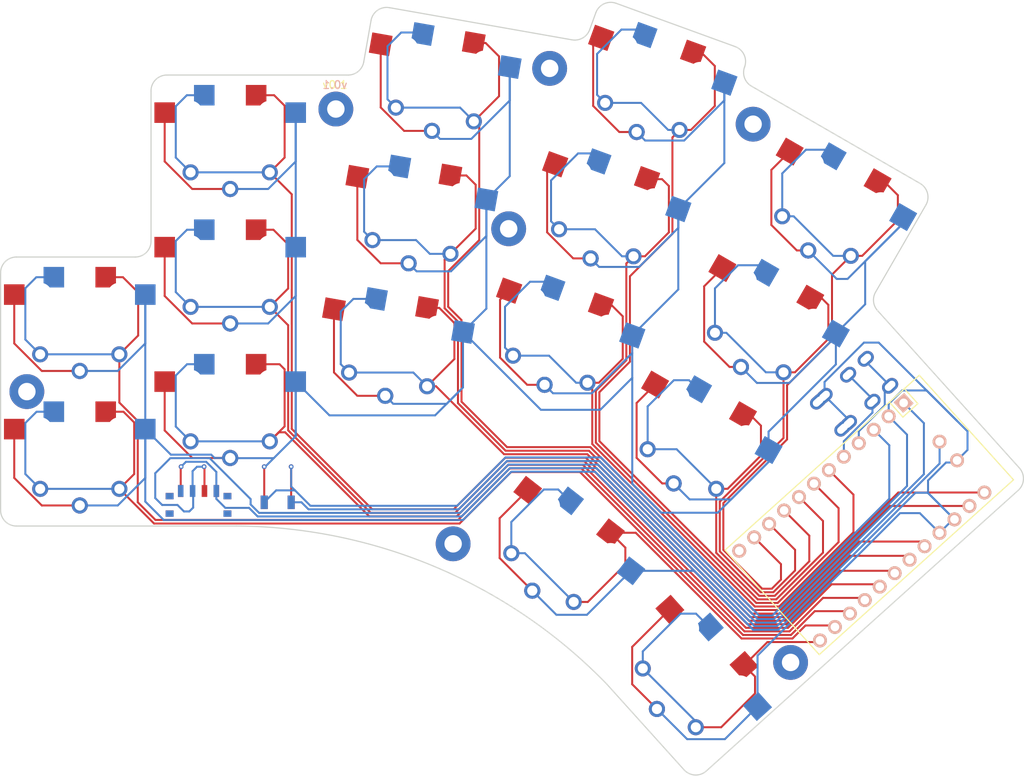
<source format=kicad_pcb>
(kicad_pcb (version 20211014) (generator pcbnew)
  (title_block (title "main") (rev "v1.0.0") (company "Unknown"))
  (layers (0 "F.Cu" signal) (31 "B.Cu" signal) (34 "B.Paste" user) (35 "F.Paste" user) (36 "B.SilkS" user "B.Silkscreen") (37 "F.SilkS" user "F.Silkscreen") (38 "B.Mask" user) (39 "F.Mask" user) (44 "Edge.Cuts" user))
  (net 0 "")
  (net 1 "P7")
  (net 2 "GND")
  (net 3 "P6")
  (net 4 "P5")
  (net 5 "P4")
  (net 6 "P3")
  (net 7 "P2")
  (net 8 "P0")
  (net 9 "P1")
  (net 10 "P20")
  (net 11 "P19")
  (net 12 "P18")
  (net 13 "P15")
  (net 14 "P14")
  (net 15 "P16")
  (net 16 "P8")
  (net 17 "P9")
  (net 18 "RAW")
  (net 19 "RST")
  (net 20 "VCC")
  (net 21 "P21")
  (net 22 "P10")
  (net 23 "pos")
  (footprint "lib:bat" (layer "F.Cu") (at 277.705838 149.015385 43)
    (fp_text reference "")
    (fp_text value "")
  )
  (footprint "" (layer "F.Cu") (at 215.159033 160.749944)
    (fp_text reference "")
    (fp_text value "")
  )
  (footprint "PG1350" (layer "F.Cu") (at 240.353767 103.15669 -20)
    (fp_text reference "S21" hide)
    (fp_text value "" hide)
  )
  (footprint "PG1350" (layer "F.Cu") (at 262.957127 118.560902 -30)
    (fp_text reference "S27" hide)
    (fp_text value "" hide)
  )
  (footprint "" (layer "F.Cu") (at 227.349932 100.659492)
    (fp_text reference "")
    (fp_text value "")
  )
  (footprint "PG1350" (layer "F.Cu") (at 245.282916 177.67206 132)
    (fp_text reference "S32" hide)
    (fp_text value "" hide)
  )
  (footprint "" (layer "F.Cu") (at 253.047498 107.710653)
    (fp_text reference "")
    (fp_text value "")
  )
  (footprint "ProMicro" (layer "F.Cu") (at 266.775711 157.94692 -138)
    (fp_text reference "MCU1" hide)
    (fp_text value "" hide)
  )
  (footprint "PG1350" (layer "F.Cu") (at 187 127 180)
    (fp_text reference "S8" hide)
    (fp_text value "" hide)
  )
  (footprint "PG1350" (layer "F.Cu") (at 210.556742 119.486152 -10)
    (fp_text reference "S13" hide)
    (fp_text value "" hide)
  )
  (footprint "PG1350" (layer "F.Cu") (at 245.282916 177.67206 -48)
    (fp_text reference "S31" hide)
    (fp_text value "" hide)
  )
  (footprint "PG1350" (layer "F.Cu") (at 168 133 180)
    (fp_text reference "S4" hide)
    (fp_text value "" hide)
  )
  (footprint "PG1350" (layer "F.Cu") (at 168 133)
    (fp_text reference "S3" hide)
    (fp_text value "" hide)
  )
  (footprint "PG1350" (layer "F.Cu") (at 228.787179 162.021403 142)
    (fp_text reference "S30" hide)
    (fp_text value "" hide)
  )
  (footprint "" (layer "F.Cu") (at 161.319614 141.509134)
    (fp_text reference "")
    (fp_text value "")
  )
  (footprint "MountingHole:MountingHole_2.2mm_M2_Pad" (layer "F.Cu") (at 200.346662 105.797013)
    (fp_text reference "REF**" hide)
    (fp_text value "MountingHole_2.2mm_M2_Pad" hide)
  )
  (footprint "PG1350" (layer "F.Cu") (at 213.508761 102.74442 -10)
    (fp_text reference "S15" hide)
    (fp_text value "" hide)
  )
  (footprint "PG1350" (layer "F.Cu") (at 262.957127 118.560902 150)
    (fp_text reference "S28" hide)
    (fp_text value "" hide)
  )
  (footprint "PG1350" (layer "F.Cu") (at 207.604723 136.227884 -10)
    (fp_text reference "S11" hide)
    (fp_text value "" hide)
  )
  (footprint "PG1350" (layer "F.Cu") (at 228.725083 135.106239 160)
    (fp_text reference "S18" hide)
    (fp_text value "" hide)
  )
  (footprint "PG1350" (layer "F.Cu") (at 210.556742 119.486152 170)
    (fp_text reference "S14" hide)
    (fp_text value "" hide)
  )
  (footprint "PG1350" (layer "F.Cu") (at 228.725083 135.106239 -20)
    (fp_text reference "S17" hide)
    (fp_text value "" hide)
  )
  (footprint "PG1350" (layer "F.Cu") (at 187 110 180)
    (fp_text reference "S10" hide)
    (fp_text value "" hide)
  )
  (footprint "PG1350" (layer "F.Cu") (at 187 144 180)
    (fp_text reference "S6" hide)
    (fp_text value "" hide)
  )
  (footprint "PG1350" (layer "F.Cu") (at 207.604723 136.227884 170)
    (fp_text reference "S12" hide)
    (fp_text value "" hide)
  )
  (footprint "PG1350" (layer "F.Cu") (at 254.457127 133.283334 -30)
    (fp_text reference "S25" hide)
    (fp_text value "" hide)
  )
  (footprint "VIA-0.6mm" (layer "F.Cu") (at 191.3 151)
    (fp_text reference "REF**" hide)
    (fp_text value "VIA-0.6mm" hide)
  )
  (footprint "PG1350" (layer "F.Cu") (at 245.957127 148.005766 150)
    (fp_text reference "S24" hide)
    (fp_text value "" hide)
  )
  (footprint "PG1350" (layer "F.Cu") (at 240.353767 103.15669 160)
    (fp_text reference "S22" hide)
    (fp_text value "" hide)
  )
  (footprint "" (layer "F.Cu") (at 222.173303 120.928912)
    (fp_text reference "")
    (fp_text value "")
  )
  (footprint "PG1350" (layer "F.Cu") (at 168 150)
    (fp_text reference "S1" hide)
    (fp_text value "" hide)
  )
  (footprint "VIA-0.6mm" (layer "F.Cu") (at 194.7 151)
    (fp_text reference "REF**" hide)
    (fp_text value "VIA-0.6mm" hide)
  )
  (footprint "PG1350" (layer "F.Cu") (at 245.957127 148.005766 -30)
    (fp_text reference "S23" hide)
    (fp_text value "" hide)
  )
  (footprint "Button_Switch_SMD:SW_SPDT_PCM12" (layer "F.Cu") (at 183 155.5)
    (fp_text reference "")
    (fp_text value "")
  )
  (footprint "PG1350" (layer "F.Cu") (at 234.539425 119.131465 160)
    (fp_text reference "S20" hide)
    (fp_text value "" hide)
  )
  (footprint "PG1350" (layer "F.Cu") (at 254.457127 133.283334 150)
    (fp_text reference "S26" hide)
    (fp_text value "" hide)
  )
  (footprint "PG1350" (layer "F.Cu") (at 213.508761 102.74442 170)
    (fp_text reference "S16" hide)
    (fp_text value "" hide)
  )
  (footprint "PG1350" (layer "F.Cu") (at 187 110)
    (fp_text reference "S9" hide)
    (fp_text value "" hide)
  )
  (footprint "Button_Switch_SMD:SW_SPST_B3U-1000P" (layer "F.Cu") (at 193 155.5)
    (fp_text reference "")
    (fp_text value "")
  )
  (footprint "PG1350" (layer "F.Cu") (at 228.787179 162.021403 -38)
    (fp_text reference "S29" hide)
    (fp_text value "" hide)
  )
  (footprint "PG1350" (layer "F.Cu") (at 187 144)
    (fp_text reference "S5" hide)
    (fp_text value "" hide)
  )
  (footprint "PG1350" (layer "F.Cu") (at 187 127)
    (fp_text reference "S7" hide)
    (fp_text value "" hide)
  )
  (footprint "PG1350" (layer "F.Cu") (at 234.539425 119.131465 -20)
    (fp_text reference "S19" hide)
    (fp_text value "" hide)
  )
  (footprint "PG1350" (layer "F.Cu") (at 168 150 180)
    (fp_text reference "S2" hide)
    (fp_text value "" hide)
  )
  (footprint "VIA-0.6mm" (layer "F.Cu") (at 183.7 151)
    (fp_text reference "REF**" hide)
    (fp_text value "VIA-0.6mm" hide)
  )
  (footprint "" (layer "F.Cu") (at 257.781383 175.739734)
    (fp_text reference "")
    (fp_text value "")
  )
  (footprint "VIA-0.6mm" (layer "F.Cu") (at 180.8 151)
    (fp_text reference "REF**" hide)
    (fp_text value "VIA-0.6mm" hide)
  )
  (footprint "TRRS-PJ-320A-dual" (layer "F.Cu") (at 272.728597 138.63622 -48)
    (fp_text reference "REF**" hide)
    (fp_text value "TRRS-PJ-320A-dual" hide)
  )
  (gr_arc (start 177 103.5) (mid 177.585786 102.085786) (end 179 101.5) (layer "Edge.Cuts") (width 0.15))
  (gr_arc (start 274.13533 115.199686) (mid 275.067182 116.414099) (end 274.867381 117.931737) (layer "Edge.Cuts") (width 0.15))
  (gr_line (start 207.106308 92.984369) (end 230.175135 97.052025) (layer "Edge.Cuts") (width 0.15))
  (gr_arc (start 232.401817 95.766451) (mid 231.522431 96.814461) (end 230.175135 97.052025) (layer "Edge.Cuts") (width 0.15))
  (gr_line (start 160 124.5) (end 175 124.5) (layer "Edge.Cuts") (width 0.15))
  (gr_line (start 232.401817 95.76645) (end 233.179972 93.628487) (layer "Edge.Cuts") (width 0.15))
  (gr_line (start 177 122.5) (end 177 103.5) (layer "Edge.Cuts") (width 0.15))
  (gr_line (start 234.579186 178.493846) (end 244.31923 189.304828) (layer "Edge.Cuts") (width 0.15))
  (gr_line (start 158 156.5) (end 158 126.5) (layer "Edge.Cuts") (width 0.15))
  (gr_arc (start 160 158.5) (mid 158.585786 157.914214) (end 158 156.5) (layer "Edge.Cuts") (width 0.15))
  (gr_line (start 235.743398 92.433142) (end 250.77848 97.905464) (layer "Edge.Cuts") (width 0.15))
  (gr_line (start 268.763543 131.267825) (end 286.678485 151.164384) (layer "Edge.Cuts") (width 0.15))
  (gr_line (start 251.973825 100.468889) (end 251.965563 100.491588) (layer "Edge.Cuts") (width 0.15))
  (gr_arc (start 286.678485 151.164383) (mid 287.189455 152.607317) (end 286.530457 153.988935) (layer "Edge.Cuts") (width 0.15))
  (gr_line (start 268.517782 128.929564) (end 274.867381 117.931737) (layer "Edge.Cuts") (width 0.15))
  (gr_arc (start 203.865336 99.847296) (mid 203.181296 101.032089) (end 201.89572 101.5) (layer "Edge.Cuts") (width 0.15))
  (gr_arc (start 187.769823 158.496865) (mid 213.188678 163.780534) (end 234.579186 178.493846) (layer "Edge.Cuts") (width 0.15))
  (gr_arc (start 158 126.5) (mid 158.585786 125.085786) (end 160 124.5) (layer "Edge.Cuts") (width 0.15))
  (gr_arc (start 250.778479 97.905463) (mid 251.907055 98.939612) (end 251.973825 100.468889) (layer "Edge.Cuts") (width 0.15))
  (gr_line (start 252.844948 102.907679) (end 274.13533 115.199686) (layer "Edge.Cuts") (width 0.15))
  (gr_arc (start 252.844948 102.907679) (mid 251.965563 101.859668) (end 251.965563 100.491588) (layer "Edge.Cuts") (width 0.15))
  (gr_arc (start 204.789397 94.606688) (mid 205.611859 93.315681) (end 207.106308 92.984369) (layer "Edge.Cuts") (width 0.15))
  (gr_line (start 179 101.5) (end 201.89572 101.5) (layer "Edge.Cuts") (width 0.15))
  (gr_arc (start 268.763543 131.267825) (mid 268.260789 130.138621) (end 268.517782 128.929564) (layer "Edge.Cuts") (width 0.15))
  (gr_line (start 203.865336 99.847296) (end 204.789396 94.606688) (layer "Edge.Cuts") (width 0.15))
  (gr_arc (start 247.143781 189.452857) (mid 245.700848 189.963826) (end 244.31923 189.304828) (layer "Edge.Cuts") (width 0.15))
  (gr_line (start 160 158.5) (end 187.769823 158.496865) (layer "Edge.Cuts") (width 0.15))
  (gr_line (start 247.143781 189.452857) (end 286.530457 153.988935) (layer "Edge.Cuts") (width 0.15))
  (gr_arc (start 177 122.5) (mid 176.414214 123.914214) (end 175 124.5) (layer "Edge.Cuts") (width 0.15))
  (gr_arc (start 233.179971 93.628486) (mid 234.21412 92.49991) (end 235.743398 92.433141) (layer "Edge.Cuts") (width 0.15))
  (gr_text "v0.1" (at 200.227859 102.742293) (layer "B.SilkS") (effects (font (size 1 1)) (justify mirror)))
  (gr_text "v0.1" (at 200.230335 102.740125) (layer "F.SilkS") (effects (font (size 1 1))))
  (segment (start 173 153.8) (end 177.38063 158.180629) (width 0.25) (layer "F.Cu") (net 1))
  (segment (start 231.182264 151.675476) (end 251.770797 172.264009) (width 0.25) (layer "F.Cu") (net 1))
  (segment (start 251.770797 172.264009) (end 257.832361 172.264009) (width 0.25) (layer "F.Cu") (net 1))
  (segment (start 264.973205 169.263531) (end 265.267929 169.558255) (width 0.25) (layer "F.Cu") (net 1))
  (segment (start 222.479227 151.675476) (end 231.182264 151.675476) (width 0.25) (layer "F.Cu") (net 1))
  (segment (start 260.832839 169.263531) (end 264.973205 169.263531) (width 0.25) (layer "F.Cu") (net 1))
  (segment (start 173 153.8) (end 174.874521 151.925479) (width 0.25) (layer "F.Cu") (net 1))
  (segment (start 174.874521 145.406069) (end 173.518452 144.05) (width 0.25) (layer "F.Cu") (net 1))
  (segment (start 173.518452 144.05) (end 171.275 144.05) (width 0.25) (layer "F.Cu") (net 1))
  (segment (start 257.832361 172.264009) (end 260.832839 169.263531) (width 0.25) (layer "F.Cu") (net 1))
  (segment (start 174.874521 151.925479) (end 174.874521 145.406069) (width 0.25) (layer "F.Cu") (net 1))
  (segment (start 215.974074 158.180629) (end 222.479227 151.675476) (width 0.25) (layer "F.Cu") (net 1))
  (segment (start 177.38063 158.180629) (end 215.974074 158.180629) (width 0.25) (layer "F.Cu") (net 1))
  (segment (start 163 153.8) (end 161.125479 151.925479) (width 0.25) (layer "B.Cu") (net 1))
  (segment (start 173 153.8) (end 163 153.8) (width 0.25) (layer "B.Cu") (net 1))
  (segment (start 161.125479 151.925479) (end 161.125479 145.470858) (width 0.25) (layer "B.Cu") (net 1))
  (segment (start 162.546337 144.05) (end 164.725 144.05) (width 0.25) (layer "B.Cu") (net 1))
  (segment (start 161.125479 145.470858) (end 162.546337 144.05) (width 0.25) (layer "B.Cu") (net 1))
  (segment (start 212.484237 108.554786) (end 208.965426 108.554786) (width 0.25) (layer "F.Cu") (net 2))
  (segment (start 182.20423 149.9) (end 178.725 146.42077) (width 0.25) (layer "F.Cu") (net 2))
  (segment (start 221.031499 157.515386) (end 224.575121 153.971764) (width 0.25) (layer "F.Cu") (net 2))
  (segment (start 209.532218 125.296518) (end 206.013407 125.296518) (width 0.25) (layer "F.Cu") (net 2))
  (segment (start 258.570287 123.670452) (end 255.352187 120.452352) (width 0.25) (layer "F.Cu") (net 2))
  (segment (start 243.007127 153.115316) (end 241.570287 153.115316) (width 0.25) (layer "F.Cu") (net 2))
  (segment (start 200.10662 139.083482) (end 200.10662 131.097916) (width 0.25) (layer "F.Cu") (net 2))
  (segment (start 225.154776 166.670666) (end 221.031499 162.547389) (width 0.25) (layer "F.Cu") (net 2))
  (segment (start 203.058639 122.34175) (end 203.058639 114.356184) (width 0.25) (layer "F.Cu") (net 2))
  (segment (start 260.007127 123.670452) (end 258.570287 123.670452) (width 0.25) (layer "F.Cu") (net 2))
  (segment (start 246.864676 135.187273) (end 246.864676 128.19933) (width 0.25) (layer "F.Cu") (net 2))
  (segment (start 232.846118 105.403682) (end 232.846118 97.816894) (width 0.25) (layer "F.Cu") (net 2))
  (segment (start 159.725 135.42077) (end 159.725 129.25) (width 0.25) (layer "F.Cu") (net 2))
  (segment (start 238.332964 142.953474) (end 240.665767 140.620671) (width 0.25) (layer "F.Cu") (net 2))
  (segment (start 230.32897 124.675651) (end 227.031776 121.378457) (width 0.25) (layer "F.Cu") (net 2))
  (segment (start 237.772802 173.773148) (end 242.532653 169.013297) (width 0.25) (layer "F.Cu") (net 2))
  (segment (start 163.20423 155.9) (end 159.725 152.42077) (width 0.25) (layer "F.Cu") (net 2))
  (segment (start 221.085906 137.221703) (end 221.085906 129.897971) (width 0.25) (layer "F.Cu") (net 2))
  (segment (start 246.864676 128.19933) (end 249.165767 125.898239) (width 0.25) (layer "F.Cu") (net 2))
  (segment (start 241.570287 153.115316) (end 238.332964 149.877993) (width 0.25) (layer "F.Cu") (net 2))
  (segment (start 182.20423 132.9) (end 178.725 129.42077) (width 0.25) (layer "F.Cu") (net 2))
  (segment (start 200.10662 139.083482) (end 203.061388 142.03825) (width 0.25) (layer "F.Cu") (net 2))
  (segment (start 178.725 129.42077) (end 178.725 123.25) (width 0.25) (layer "F.Cu") (net 2))
  (segment (start 221.031499 162.547389) (end 221.031499 157.515386) (width 0.25) (layer "F.Cu") (net 2))
  (segment (start 227.031776 113.791669) (end 228.046044 112.777401) (width 0.25) (layer "F.Cu") (net 2))
  (segment (start 251.507127 138.392884) (end 250.070287 138.392884) (width 0.25) (layer "F.Cu") (net 2))
  (segment (start 168 138.9) (end 163.20423 138.9) (width 0.25) (layer "F.Cu") (net 2))
  (segment (start 187 132.9) (end 182.20423 132.9) (width 0.25) (layer "F.Cu") (net 2))
  (segment (start 191.3 155.5) (end 191.3 151) (width 0.25) (layer "F.Cu") (net 2))
  (segment (start 187 115.9) (end 182.20423 115.9) (width 0.25) (layer "F.Cu") (net 2))
  (segment (start 206.010658 105.600018) (end 206.010658 97.614452) (width 0.25) (layer "F.Cu") (net 2))
  (segment (start 236.143312 108.700876) (end 232.846118 105.403682) (width 0.25) (layer "F.Cu") (net 2))
  (segment (start 227.031776 121.378457) (end 227.031776 113.791669) (width 0.25) (layer "F.Cu") (net 2))
  (segment (start 168 155.9) (end 163.20423 155.9) (width 0.25) (layer "F.Cu") (net 2))
  (segment (start 238.335848 108.700876) (end 236.143312 108.700876) (width 0.25) (layer "F.Cu") (net 2))
  (segment (start 255.352187 113.489387) (end 257.665767 111.175807) (width 0.25) (layer "F.Cu") (net 2))
  (segment (start 159.725 152.42077) (end 159.725 146.25) (width 0.25) (layer "F.Cu") (net 2))
  (segment (start 182.20423 115.9) (end 178.725 112.42077) (width 0.25) (layer "F.Cu") (net 2))
  (segment (start 250.070287 138.392884) (end 246.864676 135.187273) (width 0.25) (layer "F.Cu") (net 2))
  (segment (start 178.725 146.42077) (end 178.725 140.25) (width 0.25) (layer "F.Cu") (net 2))
  (segment (start 232.521506 124.675651) (end 230.32897 124.675651) (width 0.25) (layer "F.Cu") (net 2))
  (segment (start 178.725 112.42077) (end 178.725 106.25) (width 0.25) (layer "F.Cu") (net 2))
  (segment (start 221.085906 129.897971) (end 222.231702 128.752175) (width 0.25) (layer "F.Cu") (net 2))
  (segment (start 208.965426 108.554786) (end 206.010658 105.600018) (width 0.25) (layer "F.Cu") (net 2))
  (segment (start 226.707164 140.650425) (end 224.514628 140.650425) (width 0.25) (layer "F.Cu") (net 2))
  (segment (start 255.352187 120.452352) (end 255.352187 113.489387) (width 0.25) (layer "F.Cu") (net 2))
  (segment (start 232.846118 97.816894) (end 233.860386 96.802626) (width 0.25) (layer "F.Cu") (net 2))
  (segment (start 237.772802 178.494371) (end 237.772802 173.773148) (width 0.25) (layer "F.Cu") (net 2))
  (segment (start 238.332964 149.877993) (end 238.332964 142.953474) (width 0.25) (layer "F.Cu") (net 2))
  (segment (start 206.013407 125.296518) (end 203.058639 122.34175) (width 0.25) (layer "F.Cu") (net 2))
  (segment (start 187 149.9) (end 182.20423 149.9) (width 0.25) (layer "F.Cu") (net 2))
  (segment (start 203.061388 142.03825) (end 206.580199 142.03825) (width 0.25) (layer "F.Cu") (net 2))
  (segment (start 240.898362 181.619931) (end 237.772802 178.494371) (width 0.25) (layer "F.Cu") (net 2))
  (segment (start 163.20423 138.9) (end 159.725 135.42077) (width 0.25) (layer "F.Cu") (net 2))
  (segment (start 224.514628 140.650425) (end 221.085906 137.221703) (width 0.25) (layer "F.Cu") (net 2))
  (segment (start 195.275 140.25) (end 199.538809 144.513809) (width 0.25) (layer "B.Cu") (net 2))
  (segment (start 263.498487 138.071023) (end 263.498487 134.173239) (width 0.25) (layer "B.Cu") (net 2))
  (segment (start 216.405188 140.986439) (end 216.405188 133.971794) (width 0.25) (layer "B.Cu") (net 2))
  (segment (start 199.538809 144.513809) (end 212.877818 144.513809) (width 0.25) (layer "B.Cu") (net 2))
  (segment (start 270.171081 143.062612) (end 271.866829 141.366864) (width 0.25) (layer "B.Cu") (net 2))
  (segment (start 179.501449 149.476449) (end 184.598862 149.476449) (width 0.25) (layer "B.Cu") (net 2))
  (segment (start 277.718973 156.899041) (end 275.14313 154.323198) (width 0.25) (layer "B.Cu") (net 2))
  (segment (start 267.051416 135.315971) (end 268.909254 135.315971) (width 0.25) (layer "B.Cu") (net 2))
  (segment (start 277.718973 156.899041) (end 278.481044 157.661112) (width 0.25) (layer "B.Cu") (net 2))
  (segment (start 272.489337 146.95425) (end 270.171081 144.635994) (width 0.25) (layer "B.Cu") (net 2))
  (segment (start 232.058592 169.719068) (end 237.616699 164.160961) (width 0.25) (layer "B.Cu") (net 2))
  (segment (start 271.998487 120.242813) (end 271.998487 119.450807) (width 0.25) (layer "B.Cu") (net 2))
  (segment (start 276.593456 159.360704) (end 278.293048 157.661112) (width 0.25) (layer "B.Cu") (net 2))
  (segment (start 253.528985 140.414742) (end 257.619363 140.414742) (width 0.25) (layer "B.Cu") (net 2))
  (segment (start 237.616699 164.160961) (end 245.614053 164.160961) (width 0.25) (layer "B.Cu") (net 2))
  (segment (start 195.275 147.149906) (end 195.275 146.915886) (width 0.25) (layer "B.Cu") (net 2))
  (segment (start 191.79577 115.9) (end 195.275 112.42077) (width 0.25) (layer "B.Cu") (net 2))
  (segment (start 249.412299 104.705111) (end 249.412299 102.463059) (width 0.25) (layer "B.Cu") (net 2))
  (segment (start 168 138.9) (end 172.79577 138.9) (width 0.25) (layer "B.Cu") (net 2))
  (segment (start 255.663191 170.266975) (end 272.489337 153.440829) (width 0.25) (layer "B.Cu") (net 2))
  (segment (start 185.022413 149.9) (end 187 149.9) (width 0.25) (layer "B.Cu") (net 2))
  (segment (start 233.640605 150.280361) (end 253.627221 170.266975) (width 0.25) (layer "B.Cu") (net 2))
  (segment (start 195.999869 155.5) (end 196.891238 156.391369) (width 0.25) (layer "B.Cu") (net 2))
  (segment (start 264.971874 127.269426) (end 271.998487 120.242813) (width 0.25) (layer "B.Cu") (net 2))
  (segment (start 232.521506 124.675651) (end 233.598764 125.752909) (width 0.25) (layer "B.Cu") (net 2))
  (segment (start 237.783615 134.412608) (end 237.783615 153.151935) (width 0.25) (layer "B.Cu") (net 2))
  (segment (start 219.357207 121.838512) (end 219.357207 117.230062) (width 0.25) (layer "B.Cu") (net 2))
  (segment (start 187 115.9) (end 191.79577 115.9) (width 0.25) (layer "B.Cu") (net 2))
  (segment (start 243.597957 120.811467) (end 243.597957 118.437834) (width 0.25) (layer "B.Cu") (net 2))
  (segment (start 195.275 140.25) (end 195.275 123.25) (width 0.25) (layer "B.Cu") (net 2))
  (segment (start 210.548217 126.312517) (end 214.883202 126.312517) (width 0.25) (layer "B.Cu") (net 2))
  (segment (start 209.532218 125.296518) (end 210.548217 126.312517) (width 0.25) (layer "B.Cu") (net 2))
  (segment (start 195.275 147.144095) (end 195.275 140.25) (width 0.25) (layer "B.Cu") (net 2))
  (segment (start 253.606765 174.871668) (end 271.607329 156.871104) (width 0.25) (layer "B.Cu") (net 2))
  (segment (start 253.068628 171.615535) (end 256.221785 171.615535) (width 0.25) (layer "B.Cu") (net 2))
  (segment (start 245.614053 164.160961) (end 253.068628 171.615535) (width 0.25) (layer "B.Cu") (net 2))
  (segment (start 195.275 129.42077) (end 195.275 123.25) (width 0.25) (layer "B.Cu") (net 2))
  (segment (start 219.357207 117.230062) (end 222.309226 114.278043) (width 0.25) (layer "B.Cu") (net 2))
  (segment (start 254.998487 150.396782) (end 254.998487 148.895671) (width 0.25) (layer "B.Cu") (net 2))
  (segment (start 249.482428 185.436681) (end 253.606765 181.312344) (width 0.25) (layer "B.Cu") (net 2))
  (segment (start 267.201775 125.039524) (end 271.998487 120.242812) (width 0.25) (layer "B.Cu") (net 2))
  (segment (start 280.127335 146.534052) (end 280.127335 148.883518) (width 0.25) (layer "B.Cu") (net 2))
  (segment (start 226.243691 143.810297) (end 233.740749 143.810297) (width 0.25) (layer "B.Cu") (net 2))
  (segment (start 237.783615 134.412608) (end 243.597957 128.598266) (width 0.25) (layer "B.Cu") (net 2))
  (segment (start 216.409396 157.739929) (end 222.520405 151.628921) (width 0.25) (layer "B.Cu") (net 2))
  (segment (start 253.606765 181.312344) (end 253.606765 174.871668) (width 0.25) (layer "B.Cu") (net 2))
  (segment (start 263.498487 134.173239) (end 267.201775 130.469951) (width 0.25) (layer "B.Cu") (net 2))
  (segment (start 243.597957 118.437834) (end 249.412299 112.623492) (width 0.25) (layer "B.Cu") (net 2))
  (segment (start 178.610907 157.739929) (end 195.971974 157.739929) (width 0.25) (layer "B.Cu") (net 2))
  (segment (start 238.656515 125.752909) (end 243.597957 120.811467) (width 0.25) (layer "B.Cu") (net 2))
  (segment (start 273.541849 154.29547) (end 275.122956 154.29547) (width 0.25) (layer "B.Cu") (net 2))
  (segment (start 243.007127 153.115316) (end 245.028985 155.137174) (width 0.25) (layer "B.Cu") (net 2))
  (segment (start 241.448907 156.817226) (end 248.578043 156.817226) (width 0.25) (layer "B.Cu") (net 2))
  (segment (start 216.405188 133.971794) (end 219.357207 131.019775) (width 0.25) (layer "B.Cu") (net 2))
  (segment (start 176.275 135.42077) (end 176.275 129.25) (width 0.25) (layer "B.Cu") (net 2))
  (segment (start 250.258095 155.137174) (end 254.998487 150.396782) (width 0.25) (layer "B.Cu") (net 2))
  (segment (start 222.309226 114.278043) (end 222.309226 100.48833) (width 0.25) (layer "B.Cu") (net 2))
  (segment (start 268.909254 135.315971) (end 280.127335 146.534052) (width 0.25) (layer "B.Cu") (net 2))
  (segment (start 222.520405 151.628921) (end 233.082013 151.628921) (width 0.25) (layer "B.Cu") (net 2))
  (segment (start 275.14313 154.323198) (end 275.14313 152.743343) (width 0.25) (layer "B.Cu") (net 2))
  (segment (start 260.007127 123.670452) (end 263.606101 127.269426) (width 0.25) (layer "B.Cu") (net 2))
  (segment (start 191.424906 151) (end 195.275 147.149906) (width 0.25) (layer "B.Cu") (net 2))
  (segment (start 277.414888 150.471585) (end 278.539268 150.471585) (width 0.25) (layer "B.Cu") (net 2))
  (segment (start 212.877818 144.513809) (end 216.067697 141.323931) (width 0.25) (layer "B.Cu") (net 2))
  (segment (start 248.578043 156.817226) (end 254.998487 150.396782) (width 0.25) (layer "B.Cu") (net 2))
  (segment (start 238.335848 108.700876) (end 239.413106 109.778134) (width 0.25) (layer "B.Cu") (net 2))
  (segment (start 254.998487 148.895671) (end 254.998487 146.571023) (width 0.25) (layer "B.Cu") (net 2))
  (segment (start 244.715112 185.436681) (end 249.482428 185.436681) (width 0.25) (layer "B.Cu") (net 2))
  (segment (start 228.203178 169.719068) (end 232.058592 169.719068) (width 0.25) (layer "B.Cu") (net 2))
  (segment (start 280.127335 148.883518) (end 278.810675 150.200178) (width 0.25) (layer "B.Cu") (net 2))
  (segment (start 271.607329 156.871104) (end 274.103856 156.871104) (width 0.25) (layer "B.Cu") (net 2))
  (segment (start 239.413106 109.778134) (end 244.339276 109.778134) (width 0.25) (layer "B.Cu") (net 2))
  (segment (start 176.275 146.25) (end 176.275 129.25) (width 0.25) (layer "B.Cu") (net 2))
  (segment (start 172.79577 155.9) (end 176.275 152.42077) (width 0.25) (layer "B.Cu") (net 2))
  (segment (start 274.960147 141.366864) (end 278.804288 145.211004) (width 0.25) (layer "B.Cu") (net 2))
  (segment (start 195.275 146.915886) (end 195.275 140.25) (width 0.25) (layer "B.Cu") (net 2))
  (segment (start 222.309226 104.714411) (end 222.309226 100.48833) (width 0.25) (layer "B.Cu") (net 2))
  (segment (start 225.154776 166.670666) (end 228.203178 169.719068) (width 0.25) (layer "B.Cu") (net 2))
  (segment (start 196.891238 156.391369) (end 215.850803 156.391369) (width 0.25) (layer "B.Cu") (net 2))
  (segment (start 214.883202 126.312517) (end 219.357207 121.838512) (width 0.25) (layer "B.Cu") (net 2))
  (segment (start 206.580199 142.03825) (end 207.596198 143.054249) (width 0.25) (layer "B.Cu") (net 2))
  (segment (start 214.337379 143.054249) (end 216.067697 141.323931) (width 0.25) (layer "B.Cu") (net 2))
  (segment (start 262.070519 142.042886) (end 262.101818 142.042886) (width 0.25) (layer "B.Cu") (net 2))
  (segment (start 273.541131 154.296189) (end 275.116121 154.296189) (width 0.25) (layer "B.Cu") (net 2))
  (segment (start 278.293048 157.661112) (end 278.481044 157.661112) (width 0.25) (layer "B.Cu") (net 2))
  (segment (start 256.221784 171.615535) (end 273.541849 154.29547) (width 0.25) (layer "B.Cu") (net 2))
  (segment (start 278.539268 150.471585) (end 278.810675 150.200178) (width 0.25) (layer "B.Cu") (net 2))
  (segment (start 267.201775 130.469951) (end 267.201775 125.039524) (width 0.25) (layer "B.Cu") (net 2))
  (segment (start 217.452852 109.570785) (end 222.309226 104.714411) (width 0.25) (layer "B.Cu") (net 2))
  (segment (start 212.484237 108.554786) (end 213.500236 109.570785) (width 0.25) (layer "B.Cu") (net 2))
  (segment (start 207.596198 143.054249) (end 214.337379 143.054249) (width 0.25) (layer "B.Cu") (net 2))
  (segment (start 191.3 151) (end 191.424906 151) (width 0.25) (layer "B.Cu") (net 2))
  (segment (start 168 155.9) (end 172.79577 155.9) (width 0.25) (layer "B.Cu") (net 2))
  (segment (start 195.275 123.25) (end 195.275 106.25) (width 0.25) (layer "B.Cu") (net 2))
  (segment (start 216.405188 133.971794) (end 226.243691 143.810297) (width 0.25) (layer "B.Cu") (net 2))
  (segment (start 275.14313 152.743343) (end 277.414888 150.471585) (width 0.25) (layer "B.Cu") (net 2))
  (segment (start 245.028985 155.137174) (end 250.258095 155.137174) (width 0.25) (layer "B.Cu") (net 2))
  (segment (start 219.357207 131.019775) (end 219.357207 117.230062) (width 0.25) (layer "B.Cu") (net 2))
  (segment (start 176.275 146.25) (end 179.501449 149.476449) (width 0.25) (layer "B.Cu") (net 2))
  (segment (start 233.598764 125.752909) (end 238.656515 125.752909) (width 0.25) (layer "B.Cu") (net 2))
  (segment (start 274.103856 156.871104) (end 276.593456 159.360704) (width 0.25) (layer "B.Cu") (net 2))
  (segment (start 172.79577 138.9) (end 176.275 135.42077) (width 0.25) (layer "B.Cu") (net 2))
  (segment (start 244.339276 109.778134) (end 249.412299 104.705111) (width 0.25) (layer "B.Cu") (net 2))
  (segment (start 265.14852 145.089588) (end 265.14852 145.461352) (width 0.25) (layer "B.Cu") (net 2))
  (segment (start 272.489337 153.440829) (end 272.489337 146.95425) (width 0.25) (layer "B.Cu") (net 2))
  (segment (start 213.500236 109.570785) (end 217.452852 109.570785) (width 0.25) (layer "B.Cu") (net 2))
  (segment (start 226.707164 140.650425) (end 227.784422 141.727683) (width 0.25) (layer "B.Cu") (net 2))
  (segment (start 191.79577 132.9) (end 195.275 129.42077) (width 0.25) (layer "B.Cu") (net 2))
  (segment (start 262.070519 140.296868) (end 267.051416 135.315971) (width 0.25) (layer "B.Cu") (net 2))
  (segment (start 187.024334 149.924334) (end 192.499847 149.924334) (width 0.25) (layer "B.Cu") (net 2))
  (segment (start 227.784422 141.727683) (end 232.679129 141.727683) (width 0.25) (layer "B.Cu") (net 2))
  (segment (start 253.068628 171.615535) (end 256.221784 171.615535) (width 0.25) (layer "B.Cu") (net 2))
  (segment (start 232.679129 141.727683) (end 237.783615 136.623197) (width 0.25) (layer "B.Cu") (net 2))
  (segment (start 216.067697 141.323931) (end 216.405188 140.986439) (width 0.25) (layer "B.Cu") (net 2))
  (segment (start 187 149.9) (end 187.024334 149.924334) (width 0.25) (layer "B.Cu") (net 2))
  (segment (start 233.082013 151.628921) (end 253.068628 171.615535) (width 0.25) (layer "B.Cu") (net 2))
  (segment (start 263.606101 127.269426) (end 264.971874 127.269426) (width 0.25) (layer "B.Cu") (net 2))
  (segment (start 271.998487 120.242812) (end 271.998487 119.450807) (width 0.25) (layer "B.Cu") (net 2))
  (segment (start 257.619363 140.414742) (end 263.498487 134.535618) (width 0.25) (layer "B.Cu") (net 2))
  (segment (start 270.171081 144.635994) (end 270.171081 143.062612) (width 0.25) (layer "B.Cu") (net 2))
  (segment (start 215.850803 156.391369) (end 221.961813 150.280361) (width 0.25) (layer "B.Cu") (net 2))
  (segment (start 176.275 155.404022) (end 178.610907 157.739929) (width 0.25) (layer "B.Cu") (net 2))
  (segment (start 251.507127 138.392884) (end 253.528985 140.414742) (width 0.25) (layer "B.Cu") (net 2))
  (segment (start 271.866829 141.366864) (end 274.960147 141.366864) (width 0.25) (layer "B.Cu") (net 2))
  (segment (start 233.740749 143.810297) (end 237.783615 139.767431) (width 0.25) (layer "B.Cu") (net 2))
  (segment (start 240.898362 181.619931) (end 244.715112 185.436681) (width 0.25) (layer "B.Cu") (net 2))
  (segment (start 262.070519 142.042886) (end 262.070519 140.296868) (width 0.25) (layer "B.Cu") (net 2))
  (segment (start 249.412299 112.623492) (end 249.412299 102.463059) (width 0.25) (layer "B.Cu") (net 2))
  (segment (start 253.627221 170.266975) (end 255.663191 170.266975) (width 0.25) (layer "B.Cu") (net 2))
  (segment (start 187 149.9) (end 187.018232 149.918232) (width 0.25) (layer "B.Cu") (net 2))
  (segment (start 184.598862 149.476449) (end 185.022413 149.9) (width 0.25) (layer "B.Cu") (net 2))
  (segment (start 195.275 147.149181) (end 195.275 146.915886) (width 0.25) (layer "B.Cu") (net 2))
  (segment (start 194.7 155.5) (end 195.999869 155.5) (width 0.25) (layer "B.Cu") (net 2))
  (segment (start 176.275 146.25) (end 176.275 155.404022) (width 0.25) (layer "B.Cu") (net 2))
  (segment (start 237.783615 153.151935) (end 241.448907 156.817226) (width 0.25) (layer "B.Cu") (net 2))
  (segment (start 176.275 152.42077) (end 176.275 146.25) (width 0.25) (layer "B.Cu") (net 2))
  (segment (start 221.961813 150.280361) (end 233.640605 150.280361) (width 0.25) (layer "B.Cu") (net 2))
  (segment (start 195.275 112.42077) (end 195.275 106.25) (width 0.25) (layer "B.Cu") (net 2))
  (segment (start 275.122956 154.303024) (end 277.718973 156.899041) (width 0.25) (layer "B.Cu") (net 2))
  (segment (start 262.101818 142.042886) (end 265.14852 145.089588) (width 0.25) (layer "B.Cu") (net 2))
  (segment (start 254.998487 146.571023) (end 263.498487 138.071023) (width 0.25) (layer "B.Cu") (net 2))
  (segment (start 187 132.9) (end 191.79577 132.9) (width 0.25) (layer "B.Cu") (net 2))
  (segment (start 195.971974 157.739929) (end 216.409396 157.739929) (width 0.25) (layer "B.Cu") (net 2))
  (segment (start 243.597957 128.598266) (end 243.597957 118.437834) (width 0.25) (layer "B.Cu") (net 2))
  (segment (start 173 142.895831) (end 175.324041 145.219871) (width 0.25) (layer "F.Cu") (net 3))
  (segment (start 173 136.8) (end 175.377356 134.422644) (width 0.25) (layer "F.Cu") (net 3))
  (segment (start 222.29303 151.225956) (end 231.368462 151.225956) (width 0.25) (layer "F.Cu") (net 3))
  (segment (start 175.324041 155.488323) (end 177.566827 157.731109) (width 0.25) (layer "F.Cu") (net 3))
  (segment (start 231.368462 151.225956) (end 251.956995 171.814489) (width 0.25) (layer "F.Cu") (net 3))
  (segment (start 175.324041 145.219871) (end 175.324041 155.488323) (width 0.25) (layer "F.Cu") (net 3))
  (segment (start 175.377356 128.976382) (end 173.450974 127.05) (width 0.25) (layer "F.Cu") (net 3))
  (segment (start 177.566827 157.731109) (end 215.787876 157.731109) (width 0.25) (layer "F.Cu") (net 3))
  (segment (start 261.878499 167.582153) (end 266.879007 167.582153) (width 0.25) (layer "F.Cu") (net 3))
  (segment (start 175.377356 134.422644) (end 175.377356 128.976382) (width 0.25) (layer "F.Cu") (net 3))
  (segment (start 173.450974 127.05) (end 171.275 127.05) (width 0.25) (layer "F.Cu") (net 3))
  (segment (start 251.956995 171.814489) (end 257.646163 171.814489) (width 0.25) (layer "F.Cu") (net 3))
  (segment (start 173 136.8) (end 173 142.895831) (width 0.25) (layer "F.Cu") (net 3))
  (segment (start 215.787876 157.731109) (end 222.29303 151.225956) (width 0.25) (layer "F.Cu") (net 3))
  (segment (start 257.646163 171.814489) (end 261.878499 167.582153) (width 0.25) (layer "F.Cu") (net 3))
  (segment (start 266.879007 167.582153) (end 267.155517 167.858663) (width 0.25) (layer "F.Cu") (net 3))
  (segment (start 162.516908 127.05) (end 164.725 127.05) (width 0.25) (layer "B.Cu") (net 3))
  (segment (start 163 136.8) (end 161.125479 134.925479) (width 0.25) (layer "B.Cu") (net 3))
  (segment (start 161.125479 134.925479) (end 161.125479 128.441429) (width 0.25) (layer "B.Cu") (net 3))
  (segment (start 173 136.8) (end 163 136.8) (width 0.25) (layer "B.Cu") (net 3))
  (segment (start 161.125479 128.441429) (end 162.516908 127.05) (width 0.25) (layer "B.Cu") (net 3))
  (segment (start 262.961528 165.863406) (end 268.747439 165.863406) (width 0.25) (layer "F.Cu") (net 4))
  (segment (start 252.143193 171.364969) (end 257.459965 171.364969) (width 0.25) (layer "F.Cu") (net 4))
  (segment (start 222.106833 150.776436) (end 231.55466 150.776436) (width 0.25) (layer "F.Cu") (net 4))
  (segment (start 192 147.8) (end 192 147.774097) (width 0.25) (layer "F.Cu") (net 4))
  (segment (start 193.232885 138.05) (end 190.275 138.05) (width 0.25) (layer "F.Cu") (net 4))
  (segment (start 215.601678 157.281589) (end 222.106833 150.776436) (width 0.25) (layer "F.Cu") (net 4))
  (segment (start 204.567444 157.281589) (end 215.601678 157.281589) (width 0.25) (layer "F.Cu") (net 4))
  (segment (start 268.747439 165.863406) (end 269.043104 166.159071) (width 0.25) (layer "F.Cu") (net 4))
  (segment (start 193.874521 145.899576) (end 193.874521 138.691636) (width 0.25) (layer "F.Cu") (net 4))
  (segment (start 192 147.8) (end 193.144782 146.655218) (width 0.25) (layer "F.Cu") (net 4))
  (segment (start 257.459965 171.364969) (end 262.961528 165.863406) (width 0.25) (layer "F.Cu") (net 4))
  (segment (start 193.941073 146.655218) (end 204.567444 157.281589) (width 0.25) (layer "F.Cu") (net 4))
  (segment (start 193.144782 146.655218) (end 193.941073 146.655218) (width 0.25) (layer "F.Cu") (net 4))
  (segment (start 192 147.774097) (end 193.874521 145.899576) (width 0.25) (layer "F.Cu") (net 4))
  (segment (start 231.55466 150.776436) (end 252.143193 171.364969) (width 0.25) (layer "F.Cu") (net 4))
  (segment (start 193.874521 138.691636) (end 193.232885 138.05) (width 0.25) (layer "F.Cu") (net 4))
  (segment (start 180.125479 139.473547) (end 181.549026 138.05) (width 0.25) (layer "B.Cu") (net 4))
  (segment (start 180.125479 145.925479) (end 180.125479 139.473547) (width 0.25) (layer "B.Cu") (net 4))
  (segment (start 181.549026 138.05) (end 183.725 138.05) (width 0.25) (layer "B.Cu") (net 4))
  (segment (start 192 147.8) (end 182 147.8) (width 0.25) (layer "B.Cu") (net 4))
  (segment (start 182 147.8) (end 180.125479 145.925479) (width 0.25) (layer "B.Cu") (net 4))
  (segment (start 234.886655 153.472713) (end 252.329391 170.915449) (width 0.25) (layer "F.Cu") (net 5))
  (segment (start 194.324041 133.124041) (end 194.324041 146.402469) (width 0.25) (layer "F.Cu") (net 5))
  (segment (start 192 130.8) (end 194.324041 133.124041) (width 0.25) (layer "F.Cu") (net 5))
  (segment (start 194.587364 146.665791) (end 204.753641 156.832069) (width 0.25) (layer "F.Cu") (net 5))
  (segment (start 257.273767 170.915449) (end 264.034709 164.154507) (width 0.25) (layer "F.Cu") (net 5))
  (segment (start 264.034709 164.154507) (end 270.62572 164.154507) (width 0.25) (layer "F.Cu") (net 5))
  (segment (start 204.753641 156.832069) (end 215.41548 156.832069) (width 0.25) (layer "F.Cu") (net 5))
  (segment (start 194.324041 128.475959) (end 194.324041 122.913737) (width 0.25) (layer "F.Cu") (net 5))
  (segment (start 215.41548 156.832069) (end 221.920636 150.326916) (width 0.25) (layer "F.Cu") (net 5))
  (segment (start 194.324041 146.402469) (end 194.587364 146.665791) (width 0.25) (layer "F.Cu") (net 5))
  (segment (start 192 130.8) (end 194.324041 128.475959) (width 0.25) (layer "F.Cu") (net 5))
  (segment (start 231.740858 150.326916) (end 235.119794 153.705852) (width 0.25) (layer "F.Cu") (net 5))
  (segment (start 252.329391 170.915449) (end 257.273767 170.915449) (width 0.25) (layer "F.Cu") (net 5))
  (segment (start 192.460304 121.05) (end 190.275 121.05) (width 0.25) (layer "F.Cu") (net 5))
  (segment (start 194.324041 122.913737) (end 192.460304 121.05) (width 0.25) (layer "F.Cu") (net 5))
  (segment (start 221.920636 150.326916) (end 231.740858 150.326916) (width 0.25) (layer "F.Cu") (net 5))
  (segment (start 270.62572 164.154507) (end 270.930692 164.459479) (width 0.25) (layer "F.Cu") (net 5))
  (segment (start 180.125479 128.925479) (end 180.125479 122.473547) (width 0.25) (layer "B.Cu") (net 5))
  (segment (start 181.549026 121.05) (end 183.725 121.05) (width 0.25) (layer "B.Cu") (net 5))
  (segment (start 182 130.8) (end 180.125479 128.925479) (width 0.25) (layer "B.Cu") (net 5))
  (segment (start 180.125479 122.473547) (end 181.549026 121.05) (width 0.25) (layer "B.Cu") (net 5))
  (segment (start 192 130.8) (end 182 130.8) (width 0.25) (layer "B.Cu") (net 5))
  (segment (start 192 113.8) (end 193.874521 111.925479) (width 0.25) (layer "F.Cu") (net 6))
  (segment (start 193.874521 111.925479) (end 193.874521 105.376854) (width 0.25) (layer "F.Cu") (net 6))
  (segment (start 231.927056 149.877396) (end 252.515589 170.465929) (width 0.25) (layer "F.Cu") (net 6))
  (segment (start 215.229282 156.382549) (end 221.734439 149.877396) (width 0.25) (layer "F.Cu") (net 6))
  (segment (start 221.734439 149.877396) (end 231.927056 149.877396) (width 0.25) (layer "F.Cu") (net 6))
  (segment (start 192.547667 104.05) (end 190.275 104.05) (width 0.25) (layer "F.Cu") (net 6))
  (segment (start 252.515589 170.465929) (end 257.087569 170.465929) (width 0.25) (layer "F.Cu") (net 6))
  (segment (start 257.087569 170.465929) (end 265.288207 162.265291) (width 0.25) (layer "F.Cu") (net 6))
  (segment (start 194.773561 116.573561) (end 194.773561 146.216271) (width 0.25) (layer "F.Cu") (net 6))
  (segment (start 194.773561 146.216271) (end 204.939839 156.382549) (width 0.25) (layer "F.Cu") (net 6))
  (segment (start 204.939839 156.382549) (end 215.229282 156.382549) (width 0.25) (layer "F.Cu") (net 6))
  (segment (start 265.288207 162.265291) (end 272.323683 162.265291) (width 0.25) (layer "F.Cu") (net 6))
  (segment (start 192 113.8) (end 194.773561 116.573561) (width 0.25) (layer "F.Cu") (net 6))
  (segment (start 193.874521 105.376854) (end 192.547667 104.05) (width 0.25) (layer "F.Cu") (net 6))
  (segment (start 272.323683 162.265291) (end 272.81828 162.759888) (width 0.25) (layer "F.Cu") (net 6))
  (segment (start 181.523423 104.05) (end 183.725 104.05) (width 0.25) (layer "B.Cu") (net 6))
  (segment (start 192 113.8) (end 182 113.8) (width 0.25) (layer "B.Cu") (net 6))
  (segment (start 182 113.8) (end 180.125479 111.925479) (width 0.25) (layer "B.Cu") (net 6))
  (segment (start 180.125479 105.447944) (end 181.523423 104.05) (width 0.25) (layer "B.Cu") (net 6))
  (segment (start 180.125479 111.925479) (end 180.125479 105.447944) (width 0.25) (layer "B.Cu") (net 6))
  (segment (start 213.00608 140.838394) (end 221.595562 149.427876) (width 0.25) (layer "F.Cu") (net 7))
  (segment (start 252.701787 170.016409) (end 256.901372 170.016409) (width 0.25) (layer "F.Cu") (net 7))
  (segment (start 213.409895 130.936976) (end 211.863175 130.936976) (width 0.25) (layer "F.Cu") (net 7))
  (segment (start 274.106718 160.461146) (end 274.705868 161.060296) (width 0.25) (layer "F.Cu") (net 7))
  (segment (start 211.868899 140.838394) (end 213.00608 140.838394) (width 0.25) (layer "F.Cu") (net 7))
  (segment (start 215.317786 137.389507) (end 215.317786 132.844867) (width 0.25) (layer "F.Cu") (net 7))
  (segment (start 211.868899 140.838394) (end 215.317786 137.389507) (width 0.25) (layer "F.Cu") (net 7))
  (segment (start 221.595562 149.427876) (end 232.113254 149.427876) (width 0.25) (layer "F.Cu") (net 7))
  (segment (start 256.901372 170.016409) (end 266.456635 160.461146) (width 0.25) (layer "F.Cu") (net 7))
  (segment (start 266.456635 160.461146) (end 274.106718 160.461146) (width 0.25) (layer "F.Cu") (net 7))
  (segment (start 215.317786 132.844867) (end 213.409895 130.936976) (width 0.25) (layer "F.Cu") (net 7))
  (segment (start 232.113254 149.427876) (end 252.701787 170.016409) (width 0.25) (layer "F.Cu") (net 7))
  (segment (start 200.962859 138.043951) (end 200.962859 131.384646) (width 0.25) (layer "B.Cu") (net 7))
  (segment (start 211.868899 140.838394) (end 210.132418 139.101913) (width 0.25) (layer "B.Cu") (net 7))
  (segment (start 200.962859 131.384646) (end 202.555412 129.792093) (width 0.25) (layer "B.Cu") (net 7))
  (segment (start 202.020821 139.101913) (end 200.962859 138.043951) (width 0.25) (layer "B.Cu") (net 7))
  (segment (start 202.555412 129.792093) (end 205.405197 129.792093) (width 0.25) (layer "B.Cu") (net 7))
  (segment (start 210.132418 139.101913) (end 202.020821 139.101913) (width 0.25) (layer "B.Cu") (net 7))
  (segment (start 205.405197 129.792093) (end 205.412684 129.79958) (width 0.25) (layer "B.Cu") (net 7))
  (segment (start 252.887985 169.566889) (end 256.715173 169.566889) (width 0.25) (layer "F.Cu") (net 8))
  (segment (start 218.006482 115.365861) (end 216.835865 114.195244) (width 0.25) (layer "F.Cu") (net 8))
  (segment (start 232.299452 148.978356) (end 252.887985 169.566889) (width 0.25) (layer "F.Cu") (net 8))
  (segment (start 214.820918 124.096662) (end 218.006482 120.911098) (width 0.25) (layer "F.Cu") (net 8))
  (segment (start 215.767306 142.963902) (end 221.78176 148.978356) (width 0.25) (layer "F.Cu") (net 8))
  (segment (start 214.820918 124.096662) (end 214.083789 124.833791) (width 0.25) (layer "F.Cu") (net 8))
  (segment (start 256.715173 169.566889) (end 270.320541 155.961521) (width 0.25) (layer "F.Cu") (net 8))
  (segment (start 218.006482 120.911098) (end 218.006482 115.365861) (width 0.25) (layer "F.Cu") (net 8))
  (segment (start 216.835865 114.195244) (end 214.815194 114.195244) (width 0.25) (layer "F.Cu") (net 8))
  (segment (start 214.083789 130.975152) (end 215.767306 132.658669) (width 0.25) (layer "F.Cu") (net 8))
  (segment (start 214.083789 124.833791) (end 214.083789 130.975152) (width 0.25) (layer "F.Cu") (net 8))
  (segment (start 270.320541 155.961521) (end 280.368632 155.961521) (width 0.25) (layer "F.Cu") (net 8))
  (segment (start 221.78176 148.978356) (end 232.299452 148.978356) (width 0.25) (layer "F.Cu") (net 8))
  (segment (start 215.767306 132.658669) (end 215.767306 142.963902) (width 0.25) (layer "F.Cu") (net 8))
  (segment (start 203.914878 114.642914) (end 205.507431 113.050361) (width 0.25) (layer "B.Cu") (net 8))
  (segment (start 214.820918 124.096662) (end 212.212929 124.096662) (width 0.25) (layer "B.Cu") (net 8))
  (segment (start 204.97284 122.360181) (end 203.914878 121.302219) (width 0.25) (layer "B.Cu") (net 8))
  (segment (start 205.507431 113.050361) (end 208.357216 113.050361) (width 0.25) (layer "B.Cu") (net 8))
  (segment (start 212.212929 124.096662) (end 210.476448 122.360181) (width 0.25) (layer "B.Cu") (net 8))
  (segment (start 203.914878 121.302219) (end 203.914878 114.642914) (width 0.25) (layer "B.Cu") (net 8))
  (segment (start 210.476448 122.360181) (end 204.97284 122.360181) (width 0.25) (layer "B.Cu") (net 8))
  (segment (start 208.357216 113.050361) (end 208.364703 113.057848) (width 0.25) (layer "B.Cu") (net 8))
  (segment (start 256.528975 169.117369) (end 271.384415 154.261929) (width 0.25) (layer "F.Cu") (net 9))
  (segment (start 221.967958 148.528836) (end 232.48565 148.528836) (width 0.25) (layer "F.Cu") (net 9))
  (segment (start 220.958501 99.143179) (end 219.268834 97.453512) (width 0.25) (layer "F.Cu") (net 9))
  (segment (start 216.216826 132.472471) (end 216.216826 142.777704) (width 0.25) (layer "F.Cu") (net 9))
  (segment (start 219.268834 97.453512) (end 217.767213 97.453512) (width 0.25) (layer "F.Cu") (net 9))
  (segment (start 216.216826 142.777704) (end 221.967958 148.528836) (width 0.25) (layer "F.Cu") (net 9))
  (segment (start 220.958501 104.169366) (end 220.958501 99.143179) (width 0.25) (layer "F.Cu") (net 9))
  (segment (start 218.456002 122.357348) (end 214.533309 126.280041) (width 0.25) (layer "F.Cu") (net 9))
  (segment (start 217.772937 107.35493) (end 220.958501 104.169366) (width 0.25) (layer "F.Cu") (net 9))
  (segment (start 214.533309 126.280041) (end 214.533309 130.788954) (width 0.25) (layer "F.Cu") (net 9))
  (segment (start 253.074183 169.117369) (end 256.528975 169.117369) (width 0.25) (layer "F.Cu") (net 9))
  (segment (start 214.533309 130.788954) (end 216.216826 132.472471) (width 0.25) (layer "F.Cu") (net 9))
  (segment (start 218.456002 108.037995) (end 218.456002 122.357348) (width 0.25) (layer "F.Cu") (net 9))
  (segment (start 217.772937 107.35493) (end 218.456002 108.037995) (width 0.25) (layer "F.Cu") (net 9))
  (segment (start 271.384415 154.261929) (end 282.256219 154.261929) (width 0.25) (layer "F.Cu") (net 9))
  (segment (start 232.48565 148.528836) (end 253.074183 169.117369) (width 0.25) (layer "F.Cu") (net 9))
  (segment (start 217.772937 107.35493) (end 216.036456 105.618449) (width 0.25) (layer "B.Cu") (net 9))
  (segment (start 211.123749 96.123143) (end 211.316722 96.316116) (width 0.25) (layer "B.Cu") (net 9))
  (segment (start 208.60635 96.123143) (end 211.123749 96.123143) (width 0.25) (layer "B.Cu") (net 9))
  (segment (start 207.924859 105.618449) (end 206.866897 104.560487) (width 0.25) (layer "B.Cu") (net 9))
  (segment (start 216.036456 105.618449) (end 207.924859 105.618449) (width 0.25) (layer "B.Cu") (net 9))
  (segment (start 206.866897 97.862596) (end 208.60635 96.123143) (width 0.25) (layer "B.Cu") (net 9))
  (segment (start 206.866897 104.560487) (end 206.866897 97.862596) (width 0.25) (layer "B.Cu") (net 9))
  (segment (start 233.56071 140.387172) (end 236.580643 137.367239) (width 0.25) (layer "F.Cu") (net 10))
  (segment (start 232.731107 148.138575) (end 253.260381 168.667849) (width 0.25) (layer "F.Cu") (net 10))
  (segment (start 236.580643 131.9948) (end 235.221027 130.635184) (width 0.25) (layer "F.Cu") (net 10))
  (segment (start 235.221027 130.635184) (end 233.837596 130.635184) (width 0.25) (layer "F.Cu") (net 10))
  (segment (start 256.342777 168.667849) (end 265.722181 159.288445) (width 0.25) (layer "F.Cu") (net 10))
  (segment (start 232.12387 140.387172) (end 233.56071 140.387172) (width 0.25) (layer "F.Cu") (net 10))
  (segment (start 265.722181 154.535812) (end 262.62073 151.434361) (width 0.25) (layer "F.Cu") (net 10))
  (segment (start 236.580643 137.367239) (end 236.580643 131.9948) (width 0.25) (layer "F.Cu") (net 10))
  (segment (start 253.260381 168.667849) (end 256.342777 168.667849) (width 0.25) (layer "F.Cu") (net 10))
  (segment (start 232.12387 140.387172) (end 232.731107 140.994409) (width 0.25) (layer "F.Cu") (net 10))
  (segment (start 232.731107 140.994409) (end 232.731107 148.138575) (width 0.25) (layer "F.Cu") (net 10))
  (segment (start 265.722181 159.288445) (end 265.722181 154.535812) (width 0.25) (layer "F.Cu") (net 10))
  (segment (start 222.726943 136.96697) (end 221.710944 135.950971) (width 0.25) (layer "B.Cu") (net 10))
  (segment (start 226.906726 127.619068) (end 227.68261 128.394952) (width 0.25) (layer "B.Cu") (net 10))
  (segment (start 221.710944 130.787417) (end 224.879293 127.619068) (width 0.25) (layer "B.Cu") (net 10))
  (segment (start 232.12387 140.387172) (end 230.68703 140.387172) (width 0.25) (layer "B.Cu") (net 10))
  (segment (start 221.710944 135.950971) (end 221.710944 130.787417) (width 0.25) (layer "B.Cu") (net 10))
  (segment (start 230.68703 140.387172) (end 227.266828 136.96697) (width 0.25) (layer "B.Cu") (net 10))
  (segment (start 224.879293 127.619068) (end 226.906726 127.619068) (width 0.25) (layer "B.Cu") (net 10))
  (segment (start 227.266828 136.96697) (end 222.726943 136.96697) (width 0.25) (layer "B.Cu") (net 10))
  (segment (start 233.180627 141.402972) (end 233.180627 147.952377) (width 0.25) (layer "F.Cu") (net 11))
  (segment (start 241.546418 114.66041) (end 239.651938 114.66041) (width 0.25) (layer "F.Cu") (net 11))
  (segment (start 242.405586 115.519578) (end 241.546418 114.66041) (width 0.25) (layer "F.Cu") (net 11))
  (segment (start 237.938212 124.412398) (end 239.375052 124.412398) (width 0.25) (layer "F.Cu") (net 11))
  (segment (start 263.843369 156.244179) (end 260.733142 153.133952) (width 0.25) (layer "F.Cu") (net 11))
  (segment (start 263.843369 160.531539) (end 263.843369 156.244179) (width 0.25) (layer "F.Cu") (net 11))
  (segment (start 233.180627 147.952377) (end 253.446579 168.218329) (width 0.25) (layer "F.Cu") (net 11))
  (segment (start 237.034809 137.54879) (end 233.180627 141.402972) (width 0.25) (layer "F.Cu") (net 11))
  (segment (start 242.405586 121.381864) (end 242.405586 115.519578) (width 0.25) (layer "F.Cu") (net 11))
  (segment (start 237.938212 124.412398) (end 237.034809 125.315801) (width 0.25) (layer "F.Cu") (net 11))
  (segment (start 237.034809 125.315801) (end 237.034809 137.54879) (width 0.25) (layer "F.Cu") (net 11))
  (segment (start 256.156579 168.218329) (end 263.843369 160.531539) (width 0.25) (layer "F.Cu") (net 11))
  (segment (start 239.375052 124.412398) (end 242.405586 121.381864) (width 0.25) (layer "F.Cu") (net 11))
  (segment (start 253.446579 168.218329) (end 256.156579 168.218329) (width 0.25) (layer "F.Cu") (net 11))
  (segment (start 230.937891 111.40591) (end 232.482684 111.40591) (width 0.25) (layer "B.Cu") (net 11))
  (segment (start 237.938212 124.412398) (end 236.501372 124.412398) (width 0.25) (layer "B.Cu") (net 11))
  (segment (start 227.525286 119.976197) (end 227.525286 114.818515) (width 0.25) (layer "B.Cu") (net 11))
  (segment (start 227.525286 114.818515) (end 230.937891 111.40591) (width 0.25) (layer "B.Cu") (net 11))
  (segment (start 233.08117 120.992196) (end 228.541285 120.992196) (width 0.25) (layer "B.Cu") (net 11))
  (segment (start 232.482684 111.40591) (end 233.496952 112.420178) (width 0.25) (layer "B.Cu") (net 11))
  (segment (start 228.541285 120.992196) (end 227.525286 119.976197) (width 0.25) (layer "B.Cu") (net 11))
  (segment (start 236.501372 124.412398) (end 233.08117 120.992196) (width 0.25) (layer "B.Cu") (net 11))
  (segment (start 243.752554 108.437623) (end 243.752554 108.487381) (width 0.25) (layer "F.Cu") (net 12))
  (segment (start 242.855106 109.384829) (end 242.855106 121.568062) (width 0.25) (layer "F.Cu") (net 12))
  (segment (start 248.209327 100.354815) (end 248.209327 105.41769) (width 0.25) (layer "F.Cu") (net 12))
  (segment (start 242.855106 121.568062) (end 237.484329 126.938839) (width 0.25) (layer "F.Cu") (net 12))
  (segment (start 237.484329 126.938839) (end 237.484329 137.734988) (width 0.25) (layer "F.Cu") (net 12))
  (segment (start 261.875519 157.863509) (end 258.845554 154.833544) (width 0.25) (layer "F.Cu") (net 12))
  (segment (start 248.209327 105.41769) (end 245.189394 108.437623) (width 0.25) (layer "F.Cu") (net 12))
  (segment (start 243.752554 108.487381) (end 242.855106 109.384829) (width 0.25) (layer "F.Cu") (net 12))
  (segment (start 253.632777 167.768809) (end 255.970381 167.768809) (width 0.25) (layer "F.Cu") (net 12))
  (segment (start 261.875519 161.863671) (end 261.875519 157.863509) (width 0.25) (layer "F.Cu") (net 12))
  (segment (start 233.630147 147.766179) (end 253.632777 167.768809) (width 0.25) (layer "F.Cu") (net 12))
  (segment (start 245.189394 108.437623) (end 243.752554 108.437623) (width 0.25) (layer "F.Cu") (net 12))
  (segment (start 233.630147 141.58917) (end 233.630147 147.766179) (width 0.25) (layer "F.Cu") (net 12))
  (segment (start 246.540148 98.685635) (end 248.209327 100.354815) (width 0.25) (layer "F.Cu") (net 12))
  (segment (start 245.46628 98.685635) (end 246.540148 98.685635) (width 0.25) (layer "F.Cu") (net 12))
  (segment (start 255.970381 167.768809) (end 261.875519 161.863671) (width 0.25) (layer "F.Cu") (net 12))
  (segment (start 237.484329 137.734988) (end 233.630147 141.58917) (width 0.25) (layer "F.Cu") (net 12))
  (segment (start 243.752554 108.437623) (end 242.315714 108.437623) (width 0.25) (layer "B.Cu") (net 12))
  (segment (start 238.895512 105.017421) (end 234.355627 105.017421) (width 0.25) (layer "B.Cu") (net 12))
  (segment (start 242.315714 108.437623) (end 238.895512 105.017421) (width 0.25) (layer "B.Cu") (net 12))
  (segment (start 234.355627 105.017421) (end 233.339628 104.001422) (width 0.25) (layer "B.Cu") (net 12))
  (segment (start 233.339628 104.001422) (end 233.339628 98.829536) (width 0.25) (layer "B.Cu") (net 12))
  (segment (start 233.339628 98.829536) (end 236.414545 95.754619) (width 0.25) (layer "B.Cu") (net 12))
  (segment (start 238.62051 95.754619) (end 239.311294 96.445403) (width 0.25) (layer "B.Cu") (net 12))
  (segment (start 236.414545 95.754619) (end 238.62051 95.754619) (width 0.25) (layer "B.Cu") (net 12))
  (segment (start 254.036775 145.817862) (end 252.709328 144.490415) (width 0.25) (layer "F.Cu") (net 13))
  (segment (start 254.036775 149.583982) (end 254.036775 145.817862) (width 0.25) (layer "F.Cu") (net 13))
  (segment (start 260.14454 162.958932) (end 260.14454 159.71971) (width 0.25) (layer "F.Cu") (net 13))
  (segment (start 253.818975 167.319289) (end 255.784183 167.319289) (width 0.25) (layer "F.Cu") (net 13))
  (segment (start 248.387254 161.887568) (end 253.818975 167.319289) (width 0.25) (layer "F.Cu") (net 13))
  (segment (start 260.14454 159.71971) (end 256.957966 156.533136) (width 0.25) (layer "F.Cu") (net 13))
  (segment (start 248.387254 153.796663) (end 249.824094 153.796663) (width 0.25) (layer "F.Cu") (net 13))
  (segment (start 255.784183 167.319289) (end 260.14454 162.958932) (width 0.25) (layer "F.Cu") (net 13))
  (segment (start 252.709328 144.490415) (end 251.76836 144.490415) (width 0.25) (layer "F.Cu") (net 13))
  (segment (start 248.387254 153.796663) (end 248.387254 161.887568) (width 0.25) (layer "F.Cu") (net 13))
  (segment (start 249.824094 153.796663) (end 254.036775 149.583982) (width 0.25) (layer "F.Cu") (net 13))
  (segment (start 239.727 143.382197) (end 243.036683 140.072514) (width 0.25) (layer "B.Cu") (net 13))
  (segment (start 239.727 148.796663) (end 243.387254 148.796663) (width 0.25) (layer "B.Cu") (net 13))
  (segment (start 239.727 148.796663) (end 239.727 143.382197) (width 0.25) (layer "B.Cu") (net 13))
  (segment (start 243.036683 140.072514) (end 244.952993 140.072514) (width 0.25) (layer "B.Cu") (net 13))
  (segment (start 243.387254 148.796663) (end 248.387254 153.796663) (width 0.25) (layer "B.Cu") (net 13))
  (segment (start 244.952993 140.072514) (end 246.095894 141.215415) (width 0.25) (layer "B.Cu") (net 13))
  (segment (start 258.349302 161.511652) (end 255.070378 158.232728) (width 0.25) (layer "F.Cu") (net 14))
  (segment (start 262.548695 134.84963) (end 262.548695 130.547207) (width 0.25) (layer "F.Cu") (net 14))
  (segment (start 262.548695 130.547207) (end 261.769471 129.767983) (width 0.25) (layer "F.Cu") (net 14))
  (segment (start 254.005173 166.869769) (end 255.597985 166.869769) (width 0.25) (layer "F.Cu") (net 14))
  (segment (start 256.887254 139.074231) (end 256.887254 147.36922) (width 0.25) (layer "F.Cu") (net 14))
  (segment (start 256.887254 147.36922) (end 248.836774 155.419701) (width 0.25) (layer "F.Cu") (net 14))
  (segment (start 248.836774 161.70137) (end 254.005173 166.869769) (width 0.25) (layer "F.Cu") (net 14))
  (segment (start 258.349302 164.118452) (end 258.349302 161.511652) (width 0.25) (layer "F.Cu") (net 14))
  (segment (start 256.887254 139.074231) (end 258.324094 139.074231) (width 0.25) (layer "F.Cu") (net 14))
  (segment (start 261.769471 129.767983) (end 260.26836 129.767983) (width 0.25) (layer "F.Cu") (net 14))
  (segment (start 248.836774 155.419701) (end 248.836774 161.70137) (width 0.25) (layer "F.Cu") (net 14))
  (segment (start 258.324094 139.074231) (end 262.548695 134.84963) (width 0.25) (layer "F.Cu") (net 14))
  (segment (start 255.597985 166.869769) (end 258.349302 164.118452) (width 0.25) (layer "F.Cu") (net 14))
  (segment (start 248.227 134.074231) (end 248.227 128.459525) (width 0.25) (layer "B.Cu") (net 14))
  (segment (start 249.66384 134.074231) (end 254.66384 139.074231) (width 0.25) (layer "B.Cu") (net 14))
  (segment (start 253.644228 125.541317) (end 254.595894 126.492983) (width 0.25) (layer "B.Cu") (net 14))
  (segment (start 251.145208 125.541317) (end 253.644228 125.541317) (width 0.25) (layer "B.Cu") (net 14))
  (segment (start 248.227 128.459525) (end 251.145208 125.541317) (width 0.25) (layer "B.Cu") (net 14))
  (segment (start 248.227 134.074231) (end 249.66384 134.074231) (width 0.25) (layer "B.Cu") (net 14))
  (segment (start 254.66384 139.074231) (end 256.887254 139.074231) (width 0.25) (layer "B.Cu") (net 14))
  (segment (start 254.191371 166.420249) (end 255.411787 166.420249) (width 0.25) (layer "F.Cu") (net 15))
  (segment (start 249.286294 155.605899) (end 249.286294 161.515172) (width 0.25) (layer "F.Cu") (net 15))
  (segment (start 265.387254 124.351799) (end 263.011608 126.727445) (width 0.25) (layer "F.Cu") (net 15))
  (segment (start 256.565118 165.266918) (end 256.565118 163.314647) (width 0.25) (layer "F.Cu") (net 15))
  (segment (start 271.328412 116.68389) (end 269.690072 115.045551) (width 0.25) (layer "F.Cu") (net 15))
  (segment (start 249.286294 161.515172) (end 254.191371 166.420249) (width 0.25) (layer "F.Cu") (net 15))
  (segment (start 271.328412 119.847481) (end 271.328412 116.68389) (width 0.25) (layer "F.Cu") (net 15))
  (segment (start 269.690072 115.045551) (end 268.76836 115.045551) (width 0.25) (layer "F.Cu") (net 15))
  (segment (start 257.336774 140.697269) (end 257.336774 147.555417) (width 0.25) (layer "F.Cu") (net 15))
  (segment (start 263.011608 126.727445) (end 263.011608 135.022435) (width 0.25) (layer "F.Cu") (net 15))
  (segment (start 263.011608 135.022435) (end 257.336774 140.697269) (width 0.25) (layer "F.Cu") (net 15))
  (segment (start 266.824094 124.351799) (end 271.328412 119.847481) (width 0.25) (layer "F.Cu") (net 15))
  (segment (start 255.411787 166.420249) (end 256.565118 165.266918) (width 0.25) (layer "F.Cu") (net 15))
  (segment (start 257.336774 147.555417) (end 249.286294 155.605899) (width 0.25) (layer "F.Cu") (net 15))
  (segment (start 265.387254 124.351799) (end 266.824094 124.351799) (width 0.25) (layer "F.Cu") (net 15))
  (segment (start 256.565118 163.314647) (end 253.18279 159.932319) (width 0.25) (layer "F.Cu") (net 15))
  (segment (start 256.727 119.351799) (end 258.16384 119.351799) (width 0.25) (layer "B.Cu") (net 15))
  (segment (start 256.727 119.351799) (end 256.727 113.937333) (width 0.25) (layer "B.Cu") (net 15))
  (segment (start 256.727 113.937333) (end 259.725547 110.938786) (width 0.25) (layer "B.Cu") (net 15))
  (segment (start 258.16384 119.351799) (end 263.16384 124.351799) (width 0.25) (layer "B.Cu") (net 15))
  (segment (start 259.725547 110.938786) (end 262.264129 110.938786) (width 0.25) (layer "B.Cu") (net 15))
  (segment (start 263.16384 124.351799) (end 265.387254 124.351799) (width 0.25) (layer "B.Cu") (net 15))
  (segment (start 262.264129 110.938786) (end 263.095894 111.770551) (width 0.25) (layer "B.Cu") (net 15))
  (segment (start 232.167636 168.094151) (end 236.910484 163.351303) (width 0.25) (layer "F.Cu") (net 16))
  (segment (start 259.664695 171.067393) (end 263.189888 171.067393) (width 0.25) (layer "F.Cu") (net 16))
  (segment (start 258.018559 172.713529) (end 259.664695 171.067393) (width 0.25) (layer "F.Cu") (net 16))
  (segment (start 235.0311 159.34903) (end 238.2201 159.34903) (width 0.25) (layer "F.Cu") (net 16))
  (segment (start 236.910484 161.228414) (end 235.0311 159.34903) (width 0.25) (layer "F.Cu") (net 16))
  (segment (start 230.387719 168.094151) (end 232.167636 168.094151) (width 0.25) (layer "F.Cu") (net 16))
  (segment (start 238.2201 159.34903) (end 251.584599 172.713529) (width 0.25) (layer "F.Cu") (net 16))
  (segment (start 236.910484 163.351303) (end 236.910484 161.228414) (width 0.25) (layer "F.Cu") (net 16))
  (segment (start 263.189888 171.067393) (end 263.380341 171.257846) (width 0.25) (layer "F.Cu") (net 16))
  (segment (start 251.584599 172.713529) (end 258.018559 172.713529) (width 0.25) (layer "F.Cu") (net 16))
  (segment (start 226.609069 153.883868) (end 228.43705 153.883868) (width 0.25) (layer "B.Cu") (net 16))
  (segment (start 224.231104 161.937536) (end 230.387719 168.094151) (width 0.25) (layer "B.Cu") (net 16))
  (segment (start 222.507612 161.937536) (end 224.231104 161.937536) (width 0.25) (layer "B.Cu") (net 16))
  (segment (start 228.43705 153.883868) (end 229.86963 155.316448) (width 0.25) (layer "B.Cu") (net 16))
  (segment (start 222.507612 157.985325) (end 226.609069 153.883868) (width 0.25) (layer "B.Cu") (net 16))
  (segment (start 222.507612 161.937536) (end 222.507612 157.985325) (width 0.25) (layer "B.Cu") (net 16))
  (segment (start 253.289883 177.518385) (end 251.89603 176.124532) (width 0.25) (layer "F.Cu") (net 17))
  (segment (start 249.0144 183.93048) (end 253.289883 179.654997) (width 0.25) (layer "F.Cu") (net 17))
  (segment (start 254.857513 173.163049) (end 261.287142 173.163049) (width 0.25) (layer "F.Cu") (net 17))
  (segment (start 251.89603 176.124532) (end 254.857513 173.163049) (width 0.25) (layer "F.Cu") (net 17))
  (segment (start 261.287142 173.163049) (end 261.492753 172.957438) (width 0.25) (layer "F.Cu") (net 17))
  (segment (start 253.289883 179.654997) (end 253.289883 177.518385) (width 0.25) (layer "F.Cu") (net 17))
  (segment (start 245.804619 183.93048) (end 249.0144 183.93048) (width 0.25) (layer "F.Cu") (net 17))
  (segment (start 243.881878 169.572575) (end 245.828866 169.572575) (width 0.25) (layer "B.Cu") (net 17))
  (segment (start 239.113313 174.34114) (end 243.881878 169.572575) (width 0.25) (layer "B.Cu") (net 17))
  (segment (start 245.828866 169.572575) (end 247.513225 171.256934) (width 0.25) (layer "B.Cu") (net 17))
  (segment (start 239.113313 176.499032) (end 245.804619 183.190338) (width 0.25) (layer "B.Cu") (net 17))
  (segment (start 239.113313 176.499032) (end 239.113313 174.34114) (width 0.25) (layer "B.Cu") (net 17))
  (segment (start 245.804619 183.190338) (end 245.804619 183.93048) (width 0.25) (layer "B.Cu") (net 17))
  (segment (start 183.75 154.07) (end 183.75 151.05) (width 0.25) (layer "F.Cu") (net 18))
  (segment (start 183.75 151.05) (end 183.7 151) (width 0.25) (layer "F.Cu") (net 18))
  (segment (start 182.324521 156.171529) (end 181.841529 156.654521) (width 0.25) (layer "B.Cu") (net 18))
  (segment (start 274.616473 145.494206) (end 272.058669 142.936402) (width 0.25) (layer "B.Cu") (net 18))
  (segment (start 182.324521 154.144521) (end 182.324521 156.171529) (width 0.25) (layer "B.Cu") (net 18))
  (segment (start 222.14801 150.729881) (end 233.454408 150.729881) (width 0.25) (layer "B.Cu") (net 18))
  (segment (start 182.25 151.566807) (end 182.816807 151) (width 0.25) (layer "B.Cu") (net 18))
  (segment (start 178.403007 155.837237) (end 177.534005 154.968235) (width 0.25) (layer "B.Cu") (net 18))
  (segment (start 233.454408 150.729881) (end 253.441023 170.716495) (width 0.25) (layer "B.Cu") (net 18))
  (segment (start 182.25 154.07) (end 182.324521 154.144521) (width 0.25) (layer "B.Cu") (net 18))
  (segment (start 190.650938 156.840889) (end 216.037001 156.840889) (width 0.25) (layer "B.Cu") (net 18))
  (segment (start 177.534005 154.968235) (end 177.534005 151.82508) (width 0.25) (layer "B.Cu") (net 18))
  (segment (start 184.412664 149.925969) (end 189.580037 155.093342) (width 0.25) (layer "B.Cu") (net 18))
  (segment (start 181.841529 156.654521) (end 181.158471 156.654521) (width 0.25) (layer "B.Cu") (net 18))
  (segment (start 189.580037 155.093342) (end 189.580037 155.769988) (width 0.25) (layer "B.Cu") (net 18))
  (segment (start 255.849389 170.716495) (end 274.616473 151.949411) (width 0.25) (layer "B.Cu") (net 18))
  (segment (start 177.534005 151.82508) (end 179.433116 149.925969) (width 0.25) (layer "B.Cu") (net 18))
  (segment (start 274.616473 151.949411) (end 274.616473 145.494206) (width 0.25) (layer "B.Cu") (net 18))
  (segment (start 216.037001 156.840889) (end 222.14801 150.729881) (width 0.25) (layer "B.Cu") (net 18))
  (segment (start 182.816807 151) (end 183.7 151) (width 0.25) (layer "B.Cu") (net 18))
  (segment (start 182.25 154.07) (end 182.25 151.566807) (width 0.25) (layer "B.Cu") (net 18))
  (segment (start 180.341187 155.837237) (end 178.403007 155.837237) (width 0.25) (layer "B.Cu") (net 18))
  (segment (start 189.580037 155.769988) (end 190.650938 156.840889) (width 0.25) (layer "B.Cu") (net 18))
  (segment (start 253.441023 170.716495) (end 255.849389 170.716495) (width 0.25) (layer "B.Cu") (net 18))
  (segment (start 179.433116 149.925969) (end 184.412664 149.925969) (width 0.25) (layer "B.Cu") (net 18))
  (segment (start 181.158471 156.654521) (end 180.341187 155.837237) (width 0.25) (layer "B.Cu") (net 18))
  (segment (start 194.7 155.5) (end 194.7 151) (width 0.25) (layer "F.Cu") (net 19))
  (segment (start 197.13679 155.941849) (end 215.664605 155.941849) (width 0.25) (layer "B.Cu") (net 19))
  (segment (start 233.826803 149.830841) (end 253.813419 169.817455) (width 0.25) (layer "B.Cu") (net 19))
  (segment (start 191.3 155.5) (end 192.806143 153.993857) (width 0.25) (layer "B.Cu") (net 19))
  (segment (start 195.20006 154.00512) (end 197.13679 155.941849) (width 0.25) (layer "B.Cu") (net 19))
  (segment (start 194.7 153.50506) (end 195.20006 154.00512) (width 0.25) (layer "B.Cu") (net 19))
  (segment (start 192.806143 153.993857) (end 195.188797 153.993857) (width 0.25) (layer "B.Cu") (net 19))
  (segment (start 221.775616 149.830841) (end 233.826803 149.830841) (width 0.25) (layer "B.Cu") (net 19))
  (segment (start 270.248638 148.30073) (end 268.283493 146.335585) (width 0.25) (layer "B.Cu") (net 19))
  (segment (start 215.664605 155.941849) (end 221.775616 149.830841) (width 0.25) (layer "B.Cu") (net 19))
  (segment (start 270.248638 155.04581) (end 270.248638 148.30073) (width 0.25) (layer "B.Cu") (net 19))
  (segment (start 195.188797 153.993857) (end 195.20006 154.00512) (width 0.25) (layer "B.Cu") (net 19))
  (segment (start 253.813419 169.817455) (end 255.476993 169.817455) (width 0.25) (layer "B.Cu") (net 19))
  (segment (start 194.7 151) (end 194.7 153.50506) (width 0.25) (layer "B.Cu") (net 19))
  (segment (start 255.476993 169.817455) (end 270.248638 155.04581) (width 0.25) (layer "B.Cu") (net 19))
  (segment (start 269.673688 143.247186) (end 266.395905 146.524969) (width 0.25) (layer "B.Cu") (net 20))
  (segment (start 269.673688 141.454284) (end 269.673688 143.247186) (width 0.25) (layer "B.Cu") (net 20))
  (segment (start 267.272533 137.358972) (end 267.272533 137.699437) (width 0.25) (layer "B.Cu") (net 20))
  (segment (start 270.350534 140.777438) (end 269.673688 141.454284) (width 0.25) (layer "B.Cu") (net 20))
  (segment (start 267.272533 137.699437) (end 270.350534 140.777438) (width 0.25) (layer "B.Cu") (net 20))
  (segment (start 266.395905 146.524969) (end 266.395905 148.035177) (width 0.25) (layer "B.Cu") (net 20))
  (segment (start 268.121099 144.164057) (end 264.508318 147.776838) (width 0.25) (layer "B.Cu") (net 21))
  (segment (start 264.508318 147.776838) (end 264.508318 149.734769) (width 0.25) (layer "B.Cu") (net 21))
  (segment (start 268.121099 142.444365) (end 268.121099 142.78483) (width 0.25) (layer "B.Cu") (net 21))
  (segment (start 268.121099 142.78483) (end 268.121099 144.164057) (width 0.25) (layer "B.Cu") (net 21))
  (segment (start 265.043098 139.366364) (end 268.121099 142.444365) (width 0.25) (layer "B.Cu") (net 21))
  (segment (start 180.75 154.07) (end 180.75 151.05) (width 0.25) (layer "F.Cu") (net 23))
  (segment (start 180.75 151.05) (end 180.8 151) (width 0.25) (layer "F.Cu") (net 23))
  (segment (start 189.37982 156.205489) (end 190.46474 157.290409) (width 0.25) (layer "B.Cu") (net 23))
  (segment (start 233.268211 151.179401) (end 253.254825 171.166015) (width 0.25) (layer "B.Cu") (net 23))
  (segment (start 222.334207 151.179401) (end 233.268211 151.179401) (width 0.25) (layer "B.Cu") (net 23))
  (segment (start 185.25 155.07) (end 186.385489 156.205489) (width 0.25) (layer "B.Cu") (net 23))
  (segment (start 216.223199 157.290409) (end 222.334207 151.179401) (width 0.25) (layer "B.Cu") (net 23))
  (segment (start 181.424511 150.375489) (end 180.8 151) (width 0.25) (layer "B.Cu") (net 23))
  (segment (start 190.46474 157.290409) (end 216.223199 157.290409) (width 0.25) (layer "B.Cu") (net 23))
  (segment (start 276.601001 150.600601) (end 276.601001 147.830592) (width 0.25) (layer "B.Cu") (net 23))
  (segment (start 183.958682 150.375489) (end 181.424511 150.375489) (width 0.25) (layer "B.Cu") (net 23))
  (segment (start 185.25 154.07) (end 185.25 155.07) (width 0.25) (layer "B.Cu") (net 23))
  (segment (start 256.035587 171.166015) (end 276.601001 150.600601) (width 0.25) (layer "B.Cu") (net 23))
  (segment (start 253.254825 171.166015) (end 256.035587 171.166015) (width 0.25) (layer "B.Cu") (net 23))
  (segment (start 185.25 151.666807) (end 183.958682 150.375489) (width 0.25) (layer "B.Cu") (net 23))
  (segment (start 185.25 154.07) (end 185.25 151.666807) (width 0.25) (layer "B.Cu") (net 23))
  (segment (start 186.385489 156.205489) (end 189.37982 156.205489) (width 0.25) (layer "B.Cu") (net 23))
)
</source>
